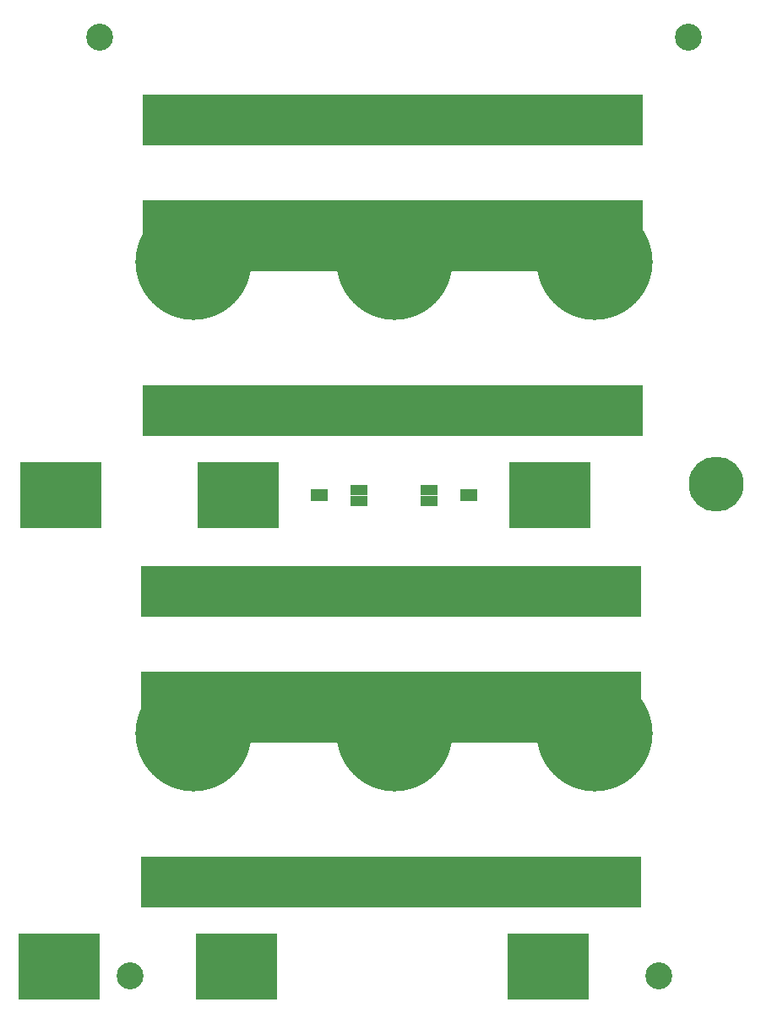
<source format=gts>
G04 Layer_Color=8388736*
%FSLAX25Y25*%
%MOIN*%
G70*
G01*
G75*
%ADD27R,0.07099X0.04737*%
%ADD28R,0.07099X0.03950*%
%ADD29R,0.32296X0.26391*%
%ADD30R,1.97650X0.20485*%
%ADD31R,1.97650X0.28359*%
%ADD32C,0.45800*%
%ADD33C,0.10642*%
%ADD34C,0.21666*%
D27*
X192724Y199350D02*
D03*
X133673D02*
D03*
D28*
X176976Y201516D02*
D03*
Y197185D02*
D03*
X149421D02*
D03*
Y201516D02*
D03*
D29*
X224008Y13551D02*
D03*
X101272D02*
D03*
X31095D02*
D03*
X31772Y199551D02*
D03*
X101949D02*
D03*
X224685D02*
D03*
D30*
X161990Y46582D02*
D03*
Y161382D02*
D03*
X162667Y347382D02*
D03*
Y232582D02*
D03*
D31*
X162092Y115882D02*
D03*
X162770Y301882D02*
D03*
D32*
X84112Y291463D02*
D03*
X163323D02*
D03*
X242533D02*
D03*
X84114Y105463D02*
D03*
X163323D02*
D03*
X242535D02*
D03*
D33*
X47244Y379921D02*
D03*
X279527D02*
D03*
X59055Y9843D02*
D03*
X267717Y9843D02*
D03*
D34*
X290354Y203661D02*
D03*
M02*

</source>
